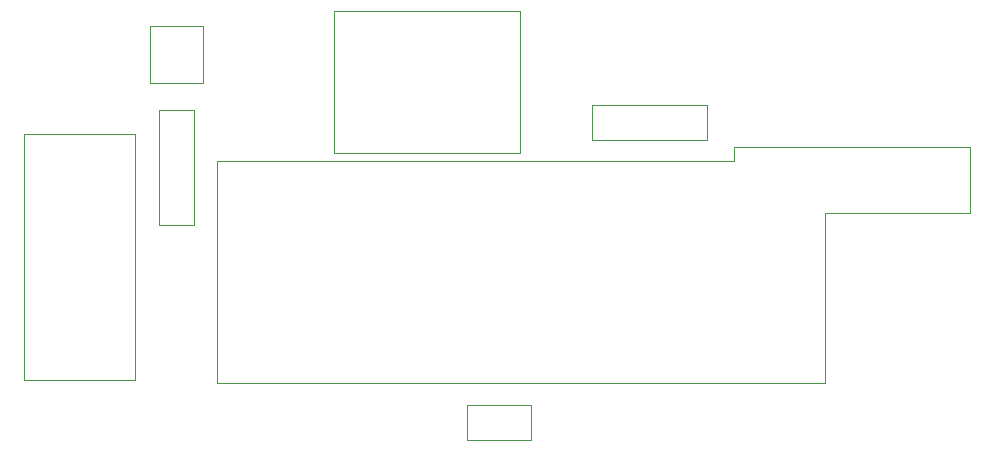
<source format=gbr>
%TF.GenerationSoftware,KiCad,Pcbnew,5.1.4-3.fc30*%
%TF.CreationDate,2019-10-13T14:30:58+02:00*%
%TF.ProjectId,atmega_prog_adapter_v3,61746d65-6761-45f7-9072-6f675f616461,1.0*%
%TF.SameCoordinates,PX59a0560PY76b1be0*%
%TF.FileFunction,Other,User*%
%FSLAX46Y46*%
G04 Gerber Fmt 4.6, Leading zero omitted, Abs format (unit mm)*
G04 Created by KiCad (PCBNEW 5.1.4-3.fc30) date 2019-10-13 14:30:58*
%MOMM*%
%LPD*%
G04 APERTURE LIST*
%ADD10C,0.050000*%
G04 APERTURE END LIST*
D10*
%TO.C,J2*%
X46194000Y27918000D02*
X30484000Y27918000D01*
X46194000Y39878000D02*
X46194000Y27918000D01*
X30484000Y39878000D02*
X46194000Y39878000D01*
X30484000Y27918000D02*
X30484000Y39878000D01*
%TO.C,C1*%
X47180000Y6580000D02*
X41680000Y6580000D01*
X47180000Y3580000D02*
X47180000Y6580000D01*
X41680000Y3580000D02*
X47180000Y3580000D01*
X41680000Y6580000D02*
X41680000Y3580000D01*
%TO.C,D1*%
X19395000Y33765000D02*
X19395000Y38615000D01*
X14895000Y33765000D02*
X19395000Y33765000D01*
X14895000Y38615000D02*
X14895000Y33765000D01*
X19395000Y38615000D02*
X14895000Y38615000D01*
%TO.C,J1*%
X4210000Y29480000D02*
X13570000Y29480000D01*
X4210000Y8620000D02*
X4210000Y29480000D01*
X13570000Y8620000D02*
X4210000Y8620000D01*
X13570000Y29480000D02*
X13570000Y8620000D01*
%TO.C,R1*%
X62010000Y31980000D02*
X52290000Y31980000D01*
X62010000Y28980000D02*
X62010000Y31980000D01*
X52290000Y28980000D02*
X62010000Y28980000D01*
X52290000Y31980000D02*
X52290000Y28980000D01*
%TO.C,R2*%
X18645000Y21810000D02*
X18645000Y31530000D01*
X15645000Y21810000D02*
X18645000Y21810000D01*
X15645000Y31530000D02*
X15645000Y21810000D01*
X18645000Y31530000D02*
X15645000Y31530000D01*
%TO.C,U1*%
X64360000Y28360000D02*
X84320000Y28360000D01*
X64360000Y27180000D02*
X64360000Y28360000D01*
X20520000Y27180000D02*
X64360000Y27180000D01*
X20520000Y8380000D02*
X20520000Y27180000D01*
X72020000Y8380000D02*
X20520000Y8380000D01*
X72020000Y22760000D02*
X72020000Y8380000D01*
X84320000Y22760000D02*
X72020000Y22760000D01*
X84320000Y28360000D02*
X84320000Y22760000D01*
%TD*%
M02*

</source>
